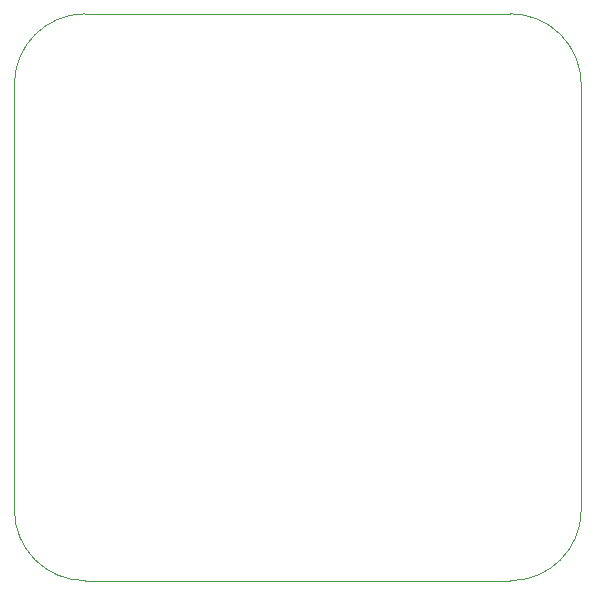
<source format=gbr>
%TF.GenerationSoftware,Altium Limited,Altium Designer,24.5.2 (23)*%
G04 Layer_Color=0*
%FSLAX45Y45*%
%MOMM*%
%TF.SameCoordinates,5BA462C2-C504-45FF-B61C-4F2A3F915A71*%
%TF.FilePolarity,Positive*%
%TF.FileFunction,Profile,NP*%
%TF.Part,Single*%
G01*
G75*
%TA.AperFunction,Profile*%
%ADD86C,0.02540*%
D86*
X4500000Y7300000D02*
Y10900000D01*
D02*
G02*
X5100000Y11500000I600000J0D01*
G01*
X8700000D01*
D02*
G02*
X9300000Y10900000I0J-600000D01*
G01*
Y7300000D01*
D02*
G02*
X8700000Y6700000I-600000J0D01*
G01*
X5100000D01*
D02*
G02*
X4500000Y7300000I0J600000D01*
G01*
%TF.MD5,9e3bb9964b7dc1970e17a05576fa0216*%
M02*

</source>
